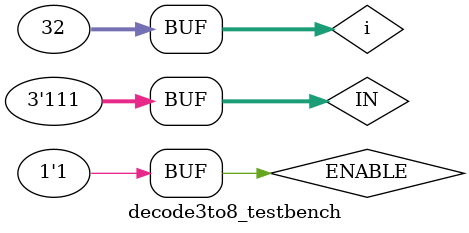
<source format=sv>
/* NAME					|	decode3to8.sv
	-------------------------------------------------------------------------------------------------
	DESCRIPTION       |  Converts 3 bit data to 8 bit data
 ---------------------------------------------------------------------------------------------------
	PARAMETERS			|	TYPE					|	DESCRIPTION					
 ---------------------------------------------------------------------------------------------------
	OUT		         |	OUTPUT [7:0]		|	8-bit interpretation of the input
	IN						|	INPUT	 [2:0]		|	Data to be decoded, from 3 to 8 bit
	ENABLE				|	INPUT  				| 	Determines if the decoder is on or off
	#################################################################################################
	AUTHOR            | Minhhue H Khuu
	ASSIGNMENT			| Lab 1: Register File
	CLASS					| EE 471
	DATE					| 01/16/2015
	#################################################################################################
*/ 
module decode3to8(IN, OUT, ENABLE);
	
	// ports
	input [2:0] IN;
	input ENABLE;
	output [7:0] OUT;
	
	// wires
	wire [1:0] dec1to2OUT;

	// 1:2 decoders
	decode1to2 d12_0 (.IN(IN[2]), .OUT(dec1to2OUT), .ENABLE(ENABLE));
	
	// 2:4 decoder
	decode2to4 d24_0 (.IN(IN[1:0]), .OUT(OUT[3:0]), .ENABLE(dec1to2OUT[0]));
	decode2to4 d24_1 (.IN(IN[1:0]), .OUT(OUT[7:4]), .ENABLE(dec1to2OUT[1]));

endmodule


// test
module decode3to8_testbench();
	reg [2:0] IN;
	reg ENABLE;
	wire [7:0] OUT;

	decode3to8 dut (.IN, .OUT, .ENABLE);

	integer i;
	initial begin
		for(i=0; i<32; i++) begin
			{IN, ENABLE} = i; #10;
		end
	end
endmodule 
</source>
